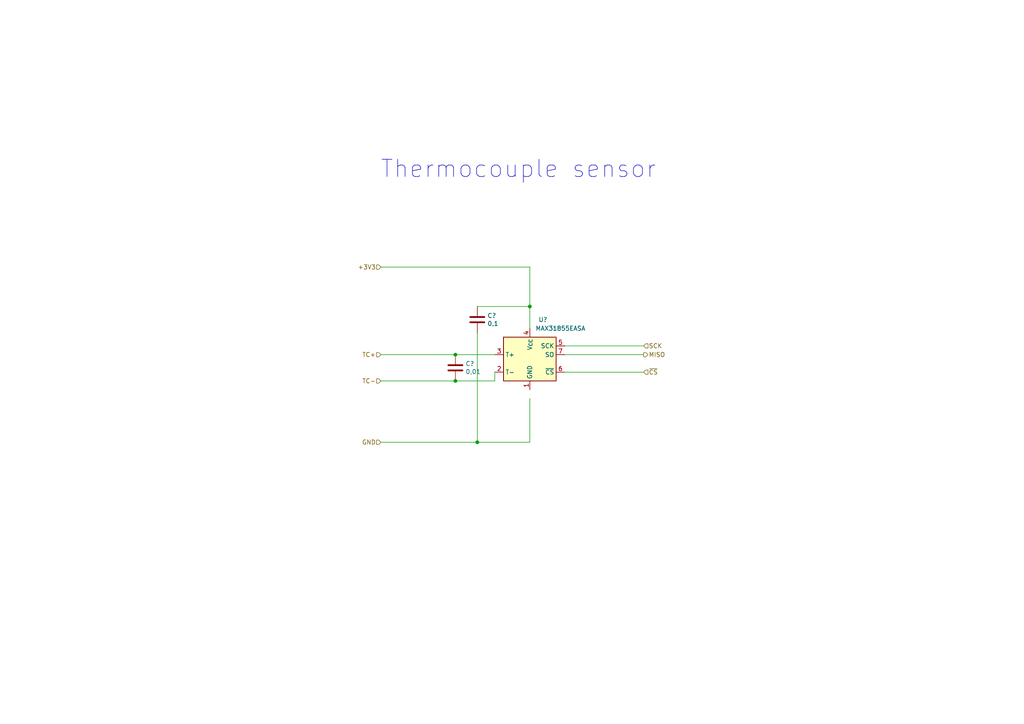
<source format=kicad_sch>
(kicad_sch (version 20250114) (generator "eeschema") (generator_version "9.0")
  (paper "A4")
  (title_block (title "Furnace controller") (date "2026-01-08") (rev "1.1") (company "Yuri Volkov"))
  (lib_symbols
    (symbol "Device:C" (pin_numbers (hide yes)) (pin_names (offset 0.254))
      (property "Reference" "C" (at 0.635 2.54 0))
      (property "Value" "C" (at 0.635 -2.54 0))
      (symbol "C_0_1"
        (polyline (pts (xy -2.032 0.762) (xy 2.032 0.762)) (stroke (width 0.508)))
        (polyline (pts (xy -2.032 -0.762) (xy 2.032 -0.762)) (stroke (width 0.508)))
      )
      (symbol "C_1_1"
        (pin passive line (at 0 3.81 270) (length 2.794) (name "~") (number "1"))
        (pin passive line (at 0 -3.81 90) (length 2.794) (name "~") (number "2"))
      )
    )
    (symbol "Sensor_Temperature:MAX31855EASA"
      (property "Reference" "U" (at -7.62 8.89 0))
      (property "Value" "MAX31855EASA" (at 1.27 8.89 0))
      (symbol "MAX31855EASA_0_1"
        (rectangle (start -7.62 7.62) (end 7.62 -5.08) (stroke (width 0.254)) (fill (type background)))
      )
      (symbol "MAX31855EASA_1_1"
        (pin passive line (at -10.16 2.54 0) (length 2.54) (name "T+") (number "3"))
        (pin passive line (at -10.16 -2.54 0) (length 2.54) (name "T-") (number "2"))
        (pin no_connect line (at -7.62 5.08 0) (length 2.54) (hide yes) (name "NC") (number "8"))
        (pin power_in line (at 0 10.16 270) (length 2.54) (name "V_{CC}") (number "4"))
        (pin power_in line (at 0 -7.62 90) (length 2.54) (name "GND") (number "1"))
        (pin input line (at 10.16 5.08 180) (length 2.54) (name "SCK") (number "5"))
        (pin tri_state line (at 10.16 2.54 180) (length 2.54) (name "SO") (number "7"))
        (pin input line (at 10.16 -2.54 180) (length 2.54) (name "~{CS}") (number "6"))
      )
    )
  )
  (text "Thermocouple sensor" (at 190.5 52.07 0) (effects (font (size 5.0038 5.0038)) (justify right bottom)))
  (junction (at 138.43 128.27))
  (junction (at 153.67 88.9))
  (junction (at 132.08 102.87))
  (junction (at 132.08 110.49))
  (wire (pts (xy 110.49 77.47) (xy 153.67 77.47)))
  (wire (pts (xy 163.83 107.95) (xy 186.69 107.95)))
  (wire (pts (xy 143.51 110.49) (xy 143.51 107.95)))
  (wire (pts (xy 153.67 88.9) (xy 138.43 88.9)))
  (wire (pts (xy 110.49 110.49) (xy 132.08 110.49)))
  (wire (pts (xy 110.49 102.87) (xy 132.08 102.87)))
  (wire (pts (xy 153.67 95.25) (xy 153.67 88.9)))
  (wire (pts (xy 163.83 100.33) (xy 186.69 100.33)))
  (wire (pts (xy 153.67 115.57) (xy 153.67 128.27)))
  (wire (pts (xy 132.08 110.49) (xy 143.51 110.49)))
  (wire (pts (xy 138.43 128.27) (xy 153.67 128.27)))
  (wire (pts (xy 138.43 96.52) (xy 138.43 128.27)))
  (wire (pts (xy 132.08 102.87) (xy 143.51 102.87)))
  (wire (pts (xy 163.83 102.87) (xy 186.69 102.87)))
  (wire (pts (xy 110.49 128.27) (xy 138.43 128.27)))
  (wire (pts (xy 153.67 77.47) (xy 153.67 88.9)))
  (hierarchical_label "+3V3" (shape input) (at 110.49 77.47 180))
  (hierarchical_label "TC-" (shape input) (at 110.49 110.49 180))
  (hierarchical_label "TC+" (shape input) (at 110.49 102.87 180))
  (hierarchical_label "~{CS}" (shape input) (at 186.69 107.95 0))
  (hierarchical_label "GND" (shape input) (at 110.49 128.27 180))
  (hierarchical_label "SCK" (shape input) (at 186.69 100.33 0))
  (hierarchical_label "MISO" (shape output) (at 186.69 102.87 0))
  (symbol (lib_id "Sensor_Temperature:MAX31855EASA") (at 153.67 105.41 0) (unit 1)
    (property "Reference" "U2" (at 157.48 92.71 0))
    (property "Value" "MAX31855EASA" (at 162.56 95.25 0))
    (property "Footprint" "Package_SO:SOIC-8_3.9x4.9mm_P1.27mm" (effects (hide yes)))
    (property "Datasheet" "http://datasheets.maximintegrated.com/en/ds/MAX31855.pdf" (effects (hide yes)))
    (instances (project "" (path "" (reference "U?") (unit 1)) (path "" (reference "U2") (unit 1)) (path "" (reference "U5") (unit 1)) (path "" (reference "U6") (unit 1)) (path "" (reference "U7") (unit 1)) (path "" (reference "U8") (unit 1))))
  )
  (symbol (lib_id "Device:C") (at 138.43 92.71 0) (unit 1)
    (property "Reference" "C14" (at 141.351 91.5416 0) (effects (justify left)))
    (property "Value" "0,1" (at 141.351 93.853 0) (effects (justify left)))
    (property "Footprint" "Capacitor_SMD:C_0603_1608Metric_Pad1.08x0.95mm_HandSolder" (effects (hide yes)))
    (instances (project "" (path "" (reference "C?") (unit 1)) (path "" (reference "C14") (unit 1)) (path "" (reference "C23") (unit 1)) (path "" (reference "C25") (unit 1)) (path "" (reference "C27") (unit 1)) (path "" (reference "C29") (unit 1))))
  )
  (symbol (lib_id "Device:C") (at 132.08 106.68 0) (unit 1)
    (property "Reference" "C13" (at 135.001 105.5116 0) (effects (justify left)))
    (property "Value" "0,01" (at 135.001 107.823 0) (effects (justify left)))
    (property "Footprint" "Capacitor_SMD:C_0603_1608Metric_Pad1.08x0.95mm_HandSolder" (effects (hide yes)))
    (instances (project "" (path "" (reference "C?") (unit 1)) (path "" (reference "C13") (unit 1)) (path "" (reference "C22") (unit 1)) (path "" (reference "C24") (unit 1)) (path "" (reference "C26") (unit 1)) (path "" (reference "C28") (unit 1))))
  )
)
</source>
